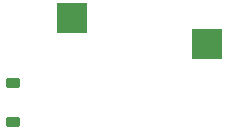
<source format=gbr>
%TF.GenerationSoftware,KiCad,Pcbnew,9.0.5*%
%TF.CreationDate,2025-10-08T11:55:14+08:00*%
%TF.ProjectId,snowshoe-choc,736e6f77-7368-46f6-952d-63686f632e6b,rev?*%
%TF.SameCoordinates,Original*%
%TF.FileFunction,Paste,Bot*%
%TF.FilePolarity,Positive*%
%FSLAX46Y46*%
G04 Gerber Fmt 4.6, Leading zero omitted, Abs format (unit mm)*
G04 Created by KiCad (PCBNEW 9.0.5) date 2025-10-08 11:55:14*
%MOMM*%
%LPD*%
G01*
G04 APERTURE LIST*
G04 Aperture macros list*
%AMRoundRect*
0 Rectangle with rounded corners*
0 $1 Rounding radius*
0 $2 $3 $4 $5 $6 $7 $8 $9 X,Y pos of 4 corners*
0 Add a 4 corners polygon primitive as box body*
4,1,4,$2,$3,$4,$5,$6,$7,$8,$9,$2,$3,0*
0 Add four circle primitives for the rounded corners*
1,1,$1+$1,$2,$3*
1,1,$1+$1,$4,$5*
1,1,$1+$1,$6,$7*
1,1,$1+$1,$8,$9*
0 Add four rect primitives between the rounded corners*
20,1,$1+$1,$2,$3,$4,$5,0*
20,1,$1+$1,$4,$5,$6,$7,0*
20,1,$1+$1,$6,$7,$8,$9,0*
20,1,$1+$1,$8,$9,$2,$3,0*%
G04 Aperture macros list end*
%ADD10R,2.500000X2.600000*%
%ADD11RoundRect,0.225000X0.375000X-0.225000X0.375000X0.225000X-0.375000X0.225000X-0.375000X-0.225000X0*%
G04 APERTURE END LIST*
D10*
%TO.C,SW1*%
X101775000Y-59050000D03*
X113225000Y-61250000D03*
%TD*%
D11*
%TO.C,D1*%
X96750000Y-67800000D03*
X96750000Y-64500000D03*
%TD*%
M02*

</source>
